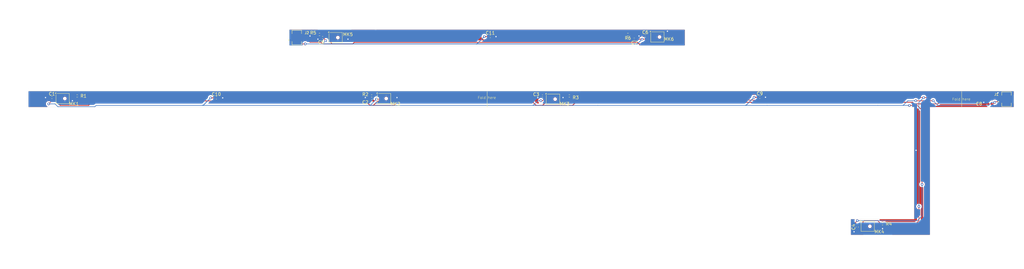
<source format=kicad_pcb>
(kicad_pcb (version 20241229) (generator "pcbnew") (generator_version "9.0")
  (layers (0 "F.Cu" signal) (2 "B.Cu" signal) (13 "F.Paste" user) (15 "B.Paste" user) (5 "F.SilkS" user "F.Silkscreen") (7 "B.SilkS" user "B.Silkscreen") (1 "F.Mask" user) (3 "B.Mask" user) (25 "Edge.Cuts" user))
  (net 0 "")
  (net 1 "GNDR")
  (net 2 "+3V3R")
  (net 3 "/MIC_DOUT_0")
  (net 4 "/MIC_DOUT_2")
  (net 5 "/MIC_DOUT_1")
  (net 6 "/MIC_CLK")
  (net 7 "Net-(MK1-DATA)")
  (net 8 "Net-(MK2-DATA)")
  (net 9 "Net-(MK3-DATA)")
  (net 10 "Net-(MK4-DATA)")
  (net 11 "Net-(MK5-DATA)")
  (net 12 "Net-(MK6-DATA)")
  (net 16 "+3V3L")
  (net 17 "GNDL")
  (footprint "Sensor_Audio:Infineon_PG-LLGA-5-1" (layer "F.Cu") (at 174.62 127.5)
    (property "Reference" "MK5" (at 3.88 -1 0) (layer "F.SilkS"))
    (property "Value" "IM69D130")
    (pad "" np_thru_hole circle (at 0.68 0) (size 0.8 0.8) (drill 0.8) (layers "*.Cu" "*.Mask"))
    (pad "1" smd rect (at -1.5 -0.85) (size 0.45 0.7) (layers "F.Cu" "F.Mask") (net 11 "Net-(MK5-DATA)"))
    (pad "2" smd rect (at -0.8 -0.85) (size 0.45 0.7) (layers "F.Cu" "F.Mask") (net 16 "+3V3L"))
    (pad "3" smd rect (at -1.5 0.85) (size 0.45 0.7) (layers "F.Cu" "F.Mask") (net 6 "/MIC_CLK"))
    (pad "4" smd rect (at -0.8 0.85) (size 0.45 0.7) (layers "F.Cu" "F.Mask") (net 16 "+3V3L"))
    (pad "5" smd custom (at 0.68 -0.81) (size 0.4 0.4) (layers "F.Cu" "F.Mask") (net 17 "GNDL") (options (clearance outline) (anchor circle)) (primitives (gr_circle (center 0 0.81) (end 0.81 0.81) (width 0.46) (fill no))))
  )
  (footprint "connector:AMPHENOL_10164227-0101A1RLF" (layer "F.Cu") (at 162.32 127.5 -90)
    (property "Reference" "J2" (at -1.5 -3.18 180) (layer "F.SilkS") (effects (font (size 0.8 0.8))))
    (property "Value" "10164227-0101A1RLF")
    (pad "1" smd rect (at 0.8 1.32 270) (size 0.2 1.14) (layers "F.Cu") (net 16 "+3V3L"))
    (pad "2" smd rect (at 0.8 -1.32 270) (size 0.2 1.14) (layers "F.Cu"))
    (pad "3" smd rect (at 0.4 1.32 270) (size 0.2 1.14) (layers "F.Cu"))
    (pad "4" smd rect (at 0.4 -1.32 270) (size 0.2 1.14) (layers "F.Cu") (net 6 "/MIC_CLK"))
    (pad "5" smd rect (at 0 1.32 270) (size 0.2 1.14) (layers "F.Cu"))
    (pad "6" smd rect (at 0 -1.32 270) (size 0.2 1.14) (layers "F.Cu"))
    (pad "7" smd rect (at -0.4 1.32 270) (size 0.2 1.14) (layers "F.Cu"))
    (pad "8" smd rect (at -0.4 -1.32 270) (size 0.2 1.14) (layers "F.Cu") (net 4 "/MIC_DOUT_2"))
    (pad "9" smd rect (at -0.8 1.32 270) (size 0.2 1.14) (layers "F.Cu"))
    (pad "10" smd rect (at -0.8 -1.32 270) (size 0.2 1.14) (layers "F.Cu") (net 17 "GNDL"))
  )
  (footprint "Capacitor_SMD:C_0402_1005Metric" (layer "F.Cu") (at 339.5 187.5 90)
    (property "Reference" "C4" (at 0 -1.16 270) (layer "F.SilkS"))
    (property "Value" "0.1uF")
    (pad "1" smd roundrect (at -0.48 0 90) (size 0.56 0.62) (layers "F.Cu" "F.Mask" "F.Paste") (net 1 "GNDR"))
    (pad "2" smd roundrect (at 0.48 0 90) (size 0.56 0.62) (layers "F.Cu" "F.Mask" "F.Paste") (net 2 "+3V3R"))
  )
  (footprint "Sensor_Audio:Infineon_PG-LLGA-5-1" (layer "F.Cu") (at 243.32 147)
    (property "Reference" "MK3" (at 3.68 1.5 0) (layer "F.SilkS"))
    (property "Value" "IM69D130" (hide yes))
    (pad "" np_thru_hole circle (at 0.68 0) (size 0.8 0.8) (drill 0.8) (layers "*.Cu" "*.Mask"))
    (pad "1" smd rect (at -1.5 -0.85) (size 0.45 0.7) (layers "F.Cu" "F.Mask") (net 9 "Net-(MK3-DATA)"))
    (pad "2" smd rect (at -0.8 -0.85) (size 0.45 0.7) (layers "F.Cu" "F.Mask") (net 2 "+3V3R"))
    (pad "3" smd rect (at -1.5 0.85) (size 0.45 0.7) (layers "F.Cu" "F.Mask") (net 6 "/MIC_CLK"))
    (pad "4" smd rect (at -0.8 0.85) (size 0.45 0.7) (layers "F.Cu" "F.Mask") (net 2 "+3V3R"))
    (pad "5" smd custom (at 0.68 -0.81) (size 0.4 0.4) (layers "F.Cu" "F.Mask") (net 1 "GNDR") (options (clearance outline) (anchor circle)) (primitives (gr_circle (center 0 0.81) (end 0.81 0.81) (width 0.46) (fill no))))
  )
  (footprint "Capacitor_SMD:C_0402_1005Metric" (layer "F.Cu") (at 381.48 148.5 180)
    (property "Reference" "C8" (at 3.48 0 0) (layer "F.SilkS"))
    (property "Value" "2.2uF")
    (pad "1" smd roundrect (at -0.48 0 180) (size 0.56 0.62) (layers "F.Cu" "F.Mask" "F.Paste") (net 2 "+3V3R"))
    (pad "2" smd roundrect (at 0.48 0 180) (size 0.56 0.62) (layers "F.Cu" "F.Mask" "F.Paste") (net 1 "GNDR"))
  )
  (footprint "Capacitor_SMD:C_0402_1005Metric" (layer "F.Cu") (at 136.9 146.6)
    (property "Reference" "C10" (at 0 -1.16 0) (layer "F.SilkS"))
    (property "Value" "2.2uF")
    (pad "1" smd roundrect (at -0.48 0) (size 0.56 0.62) (layers "F.Cu" "F.Mask" "F.Paste") (net 2 "+3V3R"))
    (pad "2" smd roundrect (at 0.48 0) (size 0.56 0.62) (layers "F.Cu" "F.Mask" "F.Paste") (net 1 "GNDR"))
  )
  (footprint "Sensor_Audio:Infineon_PG-LLGA-5-1" (layer "F.Cu") (at 189.92 146.807)
    (property "Reference" "MK2" (at 3.58 1.693 0) (layer "F.SilkS"))
    (property "Value" "IM69D130")
    (pad "" np_thru_hole circle (at 0.68 0) (size 0.8 0.8) (drill 0.8) (layers "*.Cu" "*.Mask"))
    (pad "1" smd rect (at -1.5 -0.85) (size 0.45 0.7) (layers "F.Cu" "F.Mask") (net 8 "Net-(MK2-DATA)"))
    (pad "2" smd rect (at -0.8 -0.85) (size 0.45 0.7) (layers "F.Cu" "F.Mask") (net 2 "+3V3R"))
    (pad "3" smd rect (at -1.5 0.85) (size 0.45 0.7) (layers "F.Cu" "F.Mask") (net 6 "/MIC_CLK"))
    (pad "4" smd rect (at -0.8 0.85) (size 0.45 0.7) (layers "F.Cu" "F.Mask") (net 1 "GNDR"))
    (pad "5" smd custom (at 0.68 -0.81) (size 0.4 0.4) (layers "F.Cu" "F.Mask") (net 1 "GNDR") (options (clearance outline) (anchor circle)) (primitives (gr_circle (center 0 0.81) (end 0.81 0.81) (width 0.46) (fill no))))
  )
  (footprint "Sensor_Audio:Infineon_PG-LLGA-5-1" (layer "F.Cu") (at 276.32 127.31)
    (property "Reference" "MK6" (at 3.68 0.69 0) (layer "F.SilkS"))
    (property "Value" "IM69D130")
    (pad "" np_thru_hole circle (at 0.68 0) (size 0.8 0.8) (drill 0.8) (layers "*.Cu" "*.Mask"))
    (pad "1" smd rect (at -1.5 -0.85) (size 0.45 0.7) (layers "F.Cu" "F.Mask") (net 12 "Net-(MK6-DATA)"))
    (pad "2" smd rect (at -0.8 -0.85) (size 0.45 0.7) (layers "F.Cu" "F.Mask") (net 16 "+3V3L"))
    (pad "3" smd rect (at -1.5 0.85) (size 0.45 0.7) (layers "F.Cu" "F.Mask") (net 6 "/MIC_CLK"))
    (pad "4" smd rect (at -0.8 0.85) (size 0.45 0.7) (layers "F.Cu" "F.Mask") (net 17 "GNDL"))
    (pad "5" smd custom (at 0.68 -0.81) (size 0.4 0.4) (layers "F.Cu" "F.Mask") (net 17 "GNDL") (options (clearance outline) (anchor circle)) (primitives (gr_circle (center 0 0.81) (end 0.81 0.81) (width 0.46) (fill no))))
  )
  (footprint "Resistor_SMD:R_0402_1005Metric" (layer "F.Cu") (at 92.89 146)
    (property "Reference" "R1" (at 2 0 0) (layer "F.SilkS"))
    (property "Value" "100")
    (pad "1" smd roundrect (at -0.51 0) (size 0.54 0.64) (layers "F.Cu" "F.Mask" "F.Paste") (net 7 "Net-(MK1-DATA)"))
    (pad "2" smd roundrect (at 0.51 0) (size 0.54 0.64) (layers "F.Cu" "F.Mask" "F.Paste") (net 3 "/MIC_DOUT_0"))
  )
  (footprint "Sensor_Audio:Infineon_PG-LLGA-5-1" (layer "F.Cu") (at 88.31 146.807)
    (property "Reference" "MK1" (at 3.58 1.693 0) (layer "F.SilkS"))
    (property "Value" "IM69D130")
    (pad "" np_thru_hole circle (at 0.68 0) (size 0.8 0.8) (drill 0.8) (layers "*.Cu" "*.Mask"))
    (pad "1" smd rect (at -1.5 -0.85) (size 0.45 0.7) (layers "F.Cu" "F.Mask") (net 7 "Net-(MK1-DATA)"))
    (pad "2" smd rect (at -0.8 -0.85) (size 0.45 0.7) (layers "F.Cu" "F.Mask") (net 2 "+3V3R"))
    (pad "3" smd rect (at -1.5 0.85) (size 0.45 0.7) (layers "F.Cu" "F.Mask") (net 6 "/MIC_CLK"))
    (pad "4" smd rect (at -0.8 0.85) (size 0.45 0.7) (layers "F.Cu" "F.Mask") (net 2 "+3V3R"))
    (pad "5" smd custom (at 0.68 -0.81) (size 0.4 0.4) (layers "F.Cu" "F.Mask") (net 1 "GNDR") (options (clearance outline) (anchor circle)) (primitives (gr_circle (center 0 0.81) (end 0.81 0.81) (width 0.46) (fill no))))
  )
  (footprint "Capacitor_SMD:C_0402_1005Metric" (layer "F.Cu") (at 84.91 146.5)
    (property "Reference" "C1" (at 0 -1.16 0) (layer "F.SilkS"))
    (property "Value" "0.1uF")
    (pad "1" smd roundrect (at -0.48 0) (size 0.56 0.62) (layers "F.Cu" "F.Mask" "F.Paste") (net 1 "GNDR"))
    (pad "2" smd roundrect (at 0.48 0) (size 0.56 0.62) (layers "F.Cu" "F.Mask" "F.Paste") (net 2 "+3V3R"))
  )
  (footprint "Capacitor_SMD:C_0402_1005Metric" (layer "F.Cu") (at 272.5 127)
    (property "Reference" "C6" (at 0 -1.16 0) (layer "F.SilkS"))
    (property "Value" "0.1uF")
    (pad "1" smd roundrect (at -0.48 0) (size 0.56 0.62) (layers "F.Cu" "F.Mask" "F.Paste") (net 17 "GNDL"))
    (pad "2" smd roundrect (at 0.48 0) (size 0.56 0.62) (layers "F.Cu" "F.Mask" "F.Paste") (net 16 "+3V3L"))
  )
  (footprint "Capacitor_SMD:C_0402_1005Metric" (layer "F.Cu") (at 308.7 146.4)
    (property "Reference" "C9" (at 0 -1.16 0) (layer "F.SilkS"))
    (property "Value" "2.2uF")
    (pad "1" smd roundrect (at -0.48 0) (size 0.56 0.62) (layers "F.Cu" "F.Mask" "F.Paste") (net 2 "+3V3R"))
    (pad "2" smd roundrect (at 0.48 0) (size 0.56 0.62) (layers "F.Cu" "F.Mask" "F.Paste") (net 1 "GNDR"))
  )
  (footprint "Sensor_Audio:Infineon_PG-LLGA-5-1" (layer "F.Cu") (at 342.82 187.275)
    (property "Reference" "MK4" (at 3.68 1.725 0) (layer "F.SilkS"))
    (property "Value" "IM69D130")
    (pad "" np_thru_hole circle (at 0.68 0) (size 0.8 0.8) (drill 0.8) (layers "*.Cu" "*.Mask"))
    (pad "1" smd rect (at -1.5 -0.85) (size 0.45 0.7) (layers "F.Cu" "F.Mask") (net 10 "Net-(MK4-DATA)"))
    (pad "2" smd rect (at -0.8 -0.85) (size 0.45 0.7) (layers "F.Cu" "F.Mask") (net 2 "+3V3R"))
    (pad "3" smd rect (at -1.5 0.85) (size 0.45 0.7) (layers "F.Cu" "F.Mask") (net 6 "/MIC_CLK"))
    (pad "4" smd rect (at -0.8 0.85) (size 0.45 0.7) (layers "F.Cu" "F.Mask") (net 1 "GNDR"))
    (pad "5" smd custom (at 0.68 -0.81) (size 0.4 0.4) (layers "F.Cu" "F.Mask") (net 1 "GNDR") (options (clearance outline) (anchor circle)) (primitives (gr_circle (center 0 0.81) (end 0.81 0.81) (width 0.46) (fill no))))
  )
  (footprint "Resistor_SMD:R_0402_1005Metric" (layer "F.Cu") (at 267 126.5 180)
    (property "Reference" "R6" (at 0 -1.17 180) (layer "F.SilkS"))
    (property "Value" "100")
    (pad "1" smd roundrect (at -0.51 0 180) (size 0.54 0.64) (layers "F.Cu" "F.Mask" "F.Paste") (net 12 "Net-(MK6-DATA)"))
    (pad "2" smd roundrect (at 0.51 0 180) (size 0.54 0.64) (layers "F.Cu" "F.Mask" "F.Paste") (net 4 "/MIC_DOUT_2"))
  )
  (footprint "Resistor_SMD:R_0402_1005Metric" (layer "F.Cu") (at 186 146 180)
    (property "Reference" "R2" (at 2 0.5 180) (layer "F.SilkS"))
    (property "Value" "100")
    (pad "1" smd roundrect (at -0.51 0 180) (size 0.54 0.64) (layers "F.Cu" "F.Mask" "F.Paste") (net 8 "Net-(MK2-DATA)"))
    (pad "2" smd roundrect (at 0.51 0 180) (size 0.54 0.64) (layers "F.Cu" "F.Mask" "F.Paste") (net 3 "/MIC_DOUT_0"))
  )
  (footprint "Resistor_SMD:R_0402_1005Metric" (layer "F.Cu") (at 248.5 146)
    (property "Reference" "R3" (at 2 0.5 0) (layer "F.SilkS"))
    (property "Value" "100")
    (pad "1" smd roundrect (at -0.51 0) (size 0.54 0.64) (layers "F.Cu" "F.Mask" "F.Paste") (net 9 "Net-(MK3-DATA)"))
    (pad "2" smd roundrect (at 0.51 0) (size 0.54 0.64) (layers "F.Cu" "F.Mask" "F.Paste") (net 5 "/MIC_DOUT_1"))
  )
  (footprint "Capacitor_SMD:C_0402_1005Metric" (layer "F.Cu") (at 186.02 147.5)
    (property "Reference" "C2" (at -2.02 0.5 0) (layer "F.SilkS"))
    (property "Value" "0.1uF")
    (pad "1" smd roundrect (at -0.48 0) (size 0.56 0.62) (layers "F.Cu" "F.Mask" "F.Paste") (net 1 "GNDR"))
    (pad "2" smd roundrect (at 0.48 0) (size 0.56 0.62) (layers "F.Cu" "F.Mask" "F.Paste") (net 2 "+3V3R"))
  )
  (footprint "Capacitor_SMD:C_0402_1005Metric" (layer "F.Cu") (at 269 128 180)
    (property "Reference" "C7" (at 0 -1.16 0) (layer "F.SilkS"))
    (property "Value" "2.2uF")
    (pad "1" smd roundrect (at -0.48 0 180) (size 0.56 0.62) (layers "F.Cu" "F.Mask" "F.Paste") (net 16 "+3V3L"))
    (pad "2" smd roundrect (at 0.48 0 180) (size 0.56 0.62) (layers "F.Cu" "F.Mask" "F.Paste") (net 17 "GNDL"))
  )
  (footprint "Resistor_SMD:R_0402_1005Metric" (layer "F.Cu") (at 347.5 186.5)
    (property "Reference" "R4" (at 2 0 0) (layer "F.SilkS"))
    (property "Value" "100")
    (pad "1" smd roundrect (at -0.51 0) (size 0.54 0.64) (layers "F.Cu" "F.Mask" "F.Paste") (net 10 "Net-(MK4-DATA)"))
    (pad "2" smd roundrect (at 0.51 0) (size 0.54 0.64) (layers "F.Cu" "F.Mask" "F.Paste") (net 5 "/MIC_DOUT_1"))
  )
  (footprint "Capacitor_SMD:C_0402_1005Metric" (layer "F.Cu") (at 223.5 127.2)
    (property "Reference" "C11" (at 0 -1.16 0) (layer "F.SilkS"))
    (property "Value" "2.2uF")
    (pad "1" smd roundrect (at -0.48 0) (size 0.56 0.62) (layers "F.Cu" "F.Mask" "F.Paste") (net 16 "+3V3L"))
    (pad "2" smd roundrect (at 0.48 0) (size 0.56 0.62) (layers "F.Cu" "F.Mask" "F.Paste") (net 17 "GNDL"))
  )
  (footprint "Capacitor_SMD:C_0402_1005Metric" (layer "F.Cu") (at 170.5 127.5)
    (property "Reference" "C5" (at -0.5 1.5 0) (layer "F.SilkS"))
    (property "Value" "0.1uF")
    (pad "1" smd roundrect (at -0.48 0) (size 0.56 0.62) (layers "F.Cu" "F.Mask" "F.Paste") (net 17 "GNDL"))
    (pad "2" smd roundrect (at 0.48 0) (size 0.56 0.62) (layers "F.Cu" "F.Mask" "F.Paste") (net 16 "+3V3L"))
  )
  (footprint "connector:AMPHENOL_10164227-0101A1RLF" (layer "F.Cu") (at 386.68 147 -90)
    (property "Reference" "J1" (at -1.5 3.18 0) (layer "F.SilkS") (effects (font (size 0.8 0.8))))
    (property "Value" "10164227-0101A1RLF")
    (pad "1" smd rect (at 0.8 1.32 270) (size 0.2 1.14) (layers "F.Cu") (net 2 "+3V3R"))
    (pad "2" smd rect (at 0.8 -1.32 270) (size 0.2 1.14) (layers "F.Cu"))
    (pad "3" smd rect (at 0.4 1.32 270) (size 0.2 1.14) (layers "F.Cu"))
    (pad "4" smd rect (at 0.4 -1.32 270) (size 0.2 1.14) (layers "F.Cu"))
    (pad "5" smd rect (at 0 1.32 270) (size 0.2 1.14) (layers "F.Cu") (net 6 "/MIC_CLK"))
    (pad "6" smd rect (at 0 -1.32 270) (size 0.2 1.14) (layers "F.Cu"))
    (pad "7" smd rect (at -0.4 1.32 270) (size 0.2 1.14) (layers "F.Cu") (net 5 "/MIC_DOUT_1"))
    (pad "8" smd rect (at -0.4 -1.32 270) (size 0.2 1.14) (layers "F.Cu"))
    (pad "9" smd rect (at -0.8 1.32 270) (size 0.2 1.14) (layers "F.Cu") (net 3 "/MIC_DOUT_0"))
    (pad "10" smd rect (at -0.8 -1.32 270) (size 0.2 1.14) (layers "F.Cu") (net 1 "GNDR"))
  )
  (footprint "Capacitor_SMD:C_0402_1005Metric" (layer "F.Cu") (at 239.98 146)
    (property "Reference" "C3" (at -1.98 -0.5 0) (layer "F.SilkS"))
    (property "Value" "0.1uF")
    (pad "1" smd roundrect (at -0.48 0) (size 0.56 0.62) (layers "F.Cu" "F.Mask" "F.Paste") (net 1 "GNDR"))
    (pad "2" smd roundrect (at 0.48 0) (size 0.56 0.62) (layers "F.Cu" "F.Mask" "F.Paste") (net 2 "+3V3R"))
  )
  (footprint "Resistor_SMD:R_0402_1005Metric" (layer "F.Cu") (at 169.51 126.5 180)
    (property "Reference" "R5" (at 2.01 0.5 180) (layer "F.SilkS"))
    (property "Value" "100")
    (pad "1" smd roundrect (at -0.51 0 180) (size 0.54 0.64) (layers "F.Cu" "F.Mask" "F.Paste") (net 11 "Net-(MK5-DATA)"))
    (pad "2" smd roundrect (at 0.51 0 180) (size 0.54 0.64) (layers "F.Cu" "F.Mask" "F.Paste") (net 4 "/MIC_DOUT_2"))
  )
  (gr_line (start 222.5 144.6) (end 222.5 149.4) (stroke (width 0.12)) (layer "F.SilkS"))
  (gr_line (start 372.5 144.6) (end 372.5 149.4) (stroke (width 0.12)) (layer "F.SilkS"))
  (gr_line (start 214 144.5) (end 222.5 144.5) (stroke (width 0.05)) (layer "Edge.Cuts"))
  (gr_line (start 389 144.5) (end 389 149.5) (stroke (width 0.05)) (layer "Edge.Cuts"))
  (gr_line (start 357.5 185) (end 357.5 150) (stroke (width 0.05)) (layer "Edge.Cuts"))
  (gr_line (start 214 149.5) (end 82 149.5) (stroke (width 0.05)) (layer "Edge.Cuts"))
  (gr_line (start 160 125) (end 160 130) (stroke (width 0.05)) (layer "Edge.Cuts"))
  (gr_line (start 362.5 155) (end 362.5 190) (stroke (width 0.05)) (layer "Edge.Cuts"))
  (gr_line (start 214 149.5) (end 222.5 149.5) (stroke (width 0.05)) (layer "Edge.Cuts"))
  (gr_line (start 362.5 149.5) (end 362.5 155) (stroke (width 0.05)) (layer "Edge.Cuts"))
  (gr_line (start 77.5 149.5) (end 82 149.5) (stroke (width 0.05)) (layer "Edge.Cuts"))
  (gr_line (start 82 144.5) (end 214 144.5) (stroke (width 0.05)) (layer "Edge.Cuts"))
  (gr_line (start 285 125) (end 160 125) (stroke (width 0.05)) (layer "Edge.Cuts"))
  (gr_line (start 357.5 185) (end 337.5 185) (stroke (width 0.05)) (layer "Edge.Cuts"))
  (gr_line (start 337.5 190) (end 357.5 190) (stroke (width 0.05)) (layer "Edge.Cuts"))
  (gr_line (start 222.5 144.5) (end 372.5 144.5) (stroke (width 0.05)) (layer "Edge.Cuts"))
  (gr_line (start 357.5 150) (end 357.5 149.5) (stroke (width 0.05)) (layer "Edge.Cuts"))
  (gr_line (start 160 130) (end 285 130) (stroke (width 0.05)) (layer "Edge.Cuts"))
  (gr_line (start 187.5 125) (end 187.25 125) (stroke (width 0.05)) (layer "Edge.Cuts"))
  (gr_line (start 77.5 144.5) (end 77.5 149.5) (stroke (width 0.05)) (layer "Edge.Cuts"))
  (gr_line (start 357.5 149.5) (end 222.5 149.5) (stroke (width 0.05)) (layer "Edge.Cuts"))
  (gr_line (start 285 125) (end 285 130) (stroke (width 0.05)) (layer "Edge.Cuts"))
  (gr_line (start 372.5 149.5) (end 362.5 149.5) (stroke (width 0.05)) (layer "Edge.Cuts"))
  (gr_line (start 187.25 125) (end 187 125) (stroke (width 0.05)) (layer "Edge.Cuts"))
  (gr_line (start 372.5 144.5) (end 389 144.5) (stroke (width 0.05)) (layer "Edge.Cuts"))
  (gr_line (start 389 149.5) (end 372.5 149.5) (stroke (width 0.05)) (layer "Edge.Cuts"))
  (gr_line (start 77.5 144.5) (end 82 144.5) (stroke (width 0.05)) (layer "Edge.Cuts"))
  (gr_line (start 187 125) (end 187.5 125) (stroke (width 0.05)) (layer "Edge.Cuts"))
  (gr_line (start 337.5 185) (end 337.5 190) (stroke (width 0.05)) (layer "Edge.Cuts"))
  (gr_line (start 362.5 190) (end 357.5 190) (stroke (width 0.05)) (layer "Edge.Cuts"))
  (gr_text "Fold here" (at 369.5 147.5 0) (layer "F.SilkS") (effects (font (size 0.8 0.8) (thickness 0.08)) (justify left bottom)))
  (gr_text "Fold here" (at 219.5 147 0) (layer "F.SilkS") (effects (font (size 0.8 0.8) (thickness 0.08)) (justify left bottom)))
  (segment (start 343.965 186.465) (end 343.5 186.465) (width 0.25) (layer "F.Cu") (net 1))
  (segment (start 239 146.5) (end 239.5 146) (width 0.25) (layer "F.Cu") (net 1))
  (segment (start 238.5 146.5) (end 239 146.5) (width 0.25) (layer "F.Cu") (net 1))
  (segment (start 246.5 146.5) (end 246 146.5) (width 0.25) (layer "F.Cu") (net 1))
  (segment (start 342.02 187.658984) (end 342.02 188.125) (width 0.25) (layer "F.Cu") (net 1))
  (segment (start 309.18 146.4) (end 310.5 146.4) (width 0.25) (layer "F.Cu") (net 1))
  (segment (start 339.5 187.98) (end 339.5 188) (width 0.2) (layer "F.Cu") (net 1))
  (segment (start 82.89 146.5) (end 84.43 146.5) (width 0.2) (layer "F.Cu") (net 1))
  (segment (start 185 147.5) (end 184.5 147) (width 0.2) (layer "F.Cu") (net 1))
  (segment (start 339.5 188) (end 338.5 189) (width 0.2) (layer "F.Cu") (net 1))
  (segment (start 184.5 147) (end 184 146.5) (width 0.2) (layer "F.Cu") (net 1))
  (segment (start 137.38 146.6) (end 138.9 146.6) (width 0.25) (layer "F.Cu") (net 1))
  (segment (start 345.5 188) (end 343.965 186.465) (width 0.25) (layer "F.Cu") (net 1))
  (segment (start 384 145) (end 386.826 145) (width 0.25) (layer "F.Cu") (net 1))
  (segment (start 190.6 145.997) (end 190.34934 145.997) (width 0.2) (layer "F.Cu") (net 1))
  (segment (start 89.887 145.997) (end 88.99 145.997) (width 0.25) (layer "F.Cu") (net 1))
  (segment (start 381 148.5) (end 380 148.5) (width 0.25) (layer "F.Cu") (net 1))
  (segment (start 192.497 145.997) (end 193 146.5) (width 0.2) (layer "F.Cu") (net 1))
  (segment (start 185.54 147.5) (end 185 147.5) (width 0.2) (layer "F.Cu") (net 1))
  (segment (start 380 148.5) (end 379.5 148) (width 0.25) (layer "F.Cu") (net 1))
  (segment (start 193 146.5) (end 194 146.5) (width 0.2) (layer "F.Cu") (net 1))
  (segment (start 190.6 145.997) (end 192.497 145.997) (width 0.2) (layer "F.Cu") (net 1))
  (segment (start 386.826 145) (end 388 146.174) (width 0.25) (layer "F.Cu") (net 1))
  (segment (start 347.5 188) (end 345.5 188) (width 0.25) (layer "F.Cu") (net 1))
  (segment (start 91.39 147.5) (end 89.887 145.997) (width 0.25) (layer "F.Cu") (net 1))
  (segment (start 246 146.5) (end 245.69 146.19) (width 0.25) (layer "F.Cu") (net 1))
  (segment (start 190.34934 145.997) (end 189.12 147.22634) (width 0.2) (layer "F.Cu") (net 1))
  (segment (start 343.213984 186.465) (end 342.02 187.658984) (width 0.25) (layer "F.Cu") (net 1))
  (segment (start 189.12 147.22634) (end 189.12 147.657) (width 0.2) (layer "F.Cu") (net 1))
  (segment (start 245.69 146.19) (end 244 146.19) (width 0.25) (layer "F.Cu") (net 1))
  (segment (start 343.5 186.465) (end 343.213984 186.465) (width 0.25) (layer "F.Cu") (net 1))
  (via (at 138.9 146.6) (size 0.8) (drill 0.4) (layers "F.Cu" "B.Cu") (net 1))
  (via (at 310.5 146.4) (size 0.8) (drill 0.4) (layers "F.Cu" "B.Cu") (net 1))
  (via (at 238.5 146.5) (size 0.8) (drill 0.4) (layers "F.Cu" "B.Cu") (net 1))
  (via (at 82.89 146.5) (size 0.8) (drill 0.4) (layers "F.Cu" "B.Cu") (net 1))
  (via (at 358.1 163.2) (size 0.8) (drill 0.4) (layers "F.Cu" "B.Cu") (net 1))
  (via (at 91.39 147.5) (size 0.8) (drill 0.4) (layers "F.Cu" "B.Cu") (net 1))
  (via (at 379.5 148) (size 0.8) (drill 0.4) (layers "F.Cu" "B.Cu") (net 1))
  (via (at 246.5 146.5) (size 0.8) (drill 0.4) (layers "F.Cu" "B.Cu") (net 1))
  (via (at 194 146.5) (size 0.8) (drill 0.4) (layers "F.Cu" "B.Cu") (net 1))
  (via (at 184 146.5) (size 0.8) (drill 0.4) (layers "F.Cu" "B.Cu") (net 1))
  (via (at 347.5 188) (size 0.8) (drill 0.4) (layers "F.Cu" "B.Cu") (net 1))
  (via (at 384 145) (size 0.8) (drill 0.4) (layers "F.Cu" "B.Cu") (net 1))
  (via (at 338.5 189) (size 0.8) (drill 0.4) (layers "F.Cu" "B.Cu") (net 1))
  (segment (start 310.5 146.4) (end 311.9 145) (width 0.25) (layer "B.Cu") (net 1))
  (segment (start 93.89 145) (end 91.39 147.5) (width 0.25) (layer "B.Cu") (net 1))
  (segment (start 379.5 148) (end 376.5 145) (width 0.25) (layer "B.Cu") (net 1))
  (segment (start 236 145) (end 237.5 146.5) (width 0.25) (layer "B.Cu") (net 1))
  (segment (start 349 189) (end 348.5 189) (width 0.25) (layer "B.Cu") (net 1))
  (segment (start 383.5 145) (end 384 145) (width 0.25) (layer "B.Cu") (net 1))
  (segment (start 311.9 145) (end 247.5 145) (width 0.25) (layer "B.Cu") (net 1))
  (segment (start 349 189) (end 361 189) (width 0.25) (layer "B.Cu") (net 1))
  (segment (start 348.5 189) (end 347.5 188) (width 0.25) (layer "B.Cu") (net 1))
  (segment (start 141.1 145) (end 182.5 145) (width 0.25) (layer "B.Cu") (net 1))
  (segment (start 195 145) (end 194.5 145) (width 0.25) (layer "B.Cu") (net 1))
  (segment (start 194.5 145) (end 182.5 145) (width 0.25) (layer "B.Cu") (net 1))
  (segment (start 195.5 145) (end 194 146.5) (width 0.25) (layer "B.Cu") (net 1))
  (segment (start 138.9 146.6) (end 140.5 145) (width 0.25) (layer "B.Cu") (net 1))
  (segment (start 195.5 145) (end 195 145) (width 0.25) (layer "B.Cu") (net 1))
  (segment (start 93.89 145) (end 141.1 145) (width 0.25) (layer "B.Cu") (net 1))
  (segment (start 237.5 146.5) (end 238 146.5) (width 0.25) (layer "B.Cu") (net 1))
  (segment (start 349 189) (end 347.5 189) (width 0.25) (layer "B.Cu") (net 1))
  (segment (start 247.5 145) (end 246.5 146) (width 0.25) (layer "B.Cu") (net 1))
  (segment (start 364 145) (end 311.9 145) (width 0.25) (layer "B.Cu") (net 1))
  (segment (start 364 145) (end 376.5 145) (width 0.25) (layer "B.Cu") (net 1))
  (segment (start 195.5 145) (end 236 145) (width 0.25) (layer "B.Cu") (net 1))
  (segment (start 246.5 145) (end 236 145) (width 0.25) (layer "B.Cu") (net 1))
  (segment (start 361 189) (end 362 188) (width 0.25) (layer "B.Cu") (net 1))
  (segment (start 247.5 145) (end 246.5 145) (width 0.25) (layer "B.Cu") (net 1))
  (segment (start 238 146.5) (end 238.5 146.5) (width 0.25) (layer "B.Cu") (net 1))
  (segment (start 140.5 145) (end 141.1 145) (width 0.25) (layer "B.Cu") (net 1))
  (segment (start 84.39 145) (end 82.89 146.5) (width 0.2) (layer "B.Cu") (net 1))
  (segment (start 246.5 146) (end 246.5 146.5) (width 0.25) (layer "B.Cu") (net 1))
  (segment (start 362 188) (end 362 147) (width 0.25) (layer "B.Cu") (net 1))
  (segment (start 376.5 145) (end 383.5 145) (width 0.25) (layer "B.Cu") (net 1))
  (segment (start 84.39 145) (end 93.89 145) (width 0.2) (layer "B.Cu") (net 1))
  (segment (start 347.5 189) (end 338.5 189) (width 0.25) (layer "B.Cu") (net 1))
  (segment (start 362 147) (end 364 145) (width 0.25) (layer "B.Cu") (net 1))
  (segment (start 184 146.5) (end 182.5 145) (width 0.2) (layer "B.Cu") (net 1))
  (segment (start 356 149) (end 358.5 149) (width 0.2) (layer "F.Cu") (net 2))
  (segment (start 187 147.5) (end 186.5 147.5) (width 0.2) (layer "F.Cu") (net 2))
  (segment (start 242.52 146.15) (end 242.52 146.48) (width 0.2) (layer "F.Cu") (net 2))
  (segment (start 358 147.5) (end 363.5 147.5) (width 0.2) (layer "F.Cu") (net 2))
  (segment (start 135.1 146.6) (end 135 146.6) (width 0.25) (layer "F.Cu") (net 2))
  (segment (start 240.5 147) (end 240.46 146.96) (width 0.2) (layer "F.Cu") (net 2))
  (segment (start 381.96 148.5) (end 382.5 148.5) (width 0.25) (layer "F.Cu") (net 2))
  (segment (start 189.12 145.957) (end 189.12 146.38) (width 0.2) (layer "F.Cu") (net 2))
  (segment (start 239.5 147.5) (end 240 147.5) (width 0.2) (layer "F.Cu") (net 2))
  (segment (start 242.52 147.52) (end 242 147) (width 0.2) (layer "F.Cu") (net 2))
  (segment (start 187.5 147) (end 187 147.5) (width 0.2) (layer "F.Cu") (net 2))
  (segment (start 359.5 150) (end 360 150.5) (width 0.2) (layer "F.Cu") (net 2))
  (segment (start 360 150.5) (end 360 174) (width 0.2) (layer "F.Cu") (net 2))
  (segment (start 189.12 146.38) (end 188.5 147) (width 0.2) (layer "F.Cu") (net 2))
  (segment (start 87.51 146.507) (end 87.017 147) (width 0.2) (layer "F.Cu") (net 2))
  (segment (start 188.5 147) (end 187.5 147) (width 0.2) (layer "F.Cu") (net 2))
  (segment (start 87.51 145.957) (end 87.51 146.507) (width 0.2) (layer "F.Cu") (net 2))
  (segment (start 339 186.5) (end 339.5 187) (width 0.2) (layer "F.Cu") (net 2))
  (segment (start 136.42 146.6) (end 135.1 146.6) (width 0.25) (layer "F.Cu") (net 2))
  (segment (start 339 186) (end 339 186.5) (width 0.2) (layer "F.Cu") (net 2))
  (segment (start 383.2 147.8) (end 385.36 147.8) (width 0.2) (layer "F.Cu") (net 2))
  (segment (start 85.39 147) (end 83.89 148.5) (width 0.2) (layer "F.Cu") (net 2))
  (segment (start 87.017 147) (end 85.39 147) (width 0.2) (layer "F.Cu") (net 2))
  (segment (start 358.5 149) (end 359.5 150) (width 0.2) (layer "F.Cu") (net 2))
  (segment (start 85.39 147) (end 85.39 146.48) (width 0.2) (layer "F.Cu") (net 2))
  (segment (start 341 187.475) (end 340.545 187.02) (width 0.2) (layer "F.Cu") (net 2))
  (segment (start 382.5 148.5) (end 383 148) (width 0.25) (layer "F.Cu") (net 2))
  (segment (start 339.5 187) (end 339.5 187.02) (width 0.2) (layer "F.Cu") (net 2))
  (segment (start 308.22 146.4) (end 306.9 146.4) (width 0.25) (layer "F.Cu") (net 2))
  (segment (start 340.545 187.02) (end 339.5 187.02) (width 0.25) (layer "F.Cu") (net 2))
  (segment (start 242.52 146.48) (end 242 147) (width 0.2) (layer "F.Cu") (net 2))
  (segment (start 341.525 187.475) (end 341 187.475) (width 0.2) (layer "F.Cu") (net 2))
  (segment (start 339.5 185.5) (end 339 186) (width 0.2) (layer "F.Cu") (net 2))
  (segment (start 240.46 146.96) (end 240.46 146) (width 0.2) (layer "F.Cu") (net 2))
  (segment (start 342.02 186.425) (end 342.02 186.98) (width 0.2) (layer "F.Cu") (net 2))
  (segment (start 87.51 145.957) (end 87.51 147.657) (width 0.2) (layer "F.Cu") (net 2))
  (segment (start 242 147) (end 240.5 147) (width 0.2) (layer "F.Cu") (net 2))
  (segment (start 342.02 186.98) (end 341.525 187.475) (width 0.2) (layer "F.Cu") (net 2))
  (segment (start 240 147.5) (end 240.5 147) (width 0.2) (layer "F.Cu") (net 2))
  (segment (start 242.52 147.85) (end 242.52 147.52) (width 0.2) (layer "F.Cu") (net 2))
  (segment (start 383 148) (end 383.2 147.8) (width 0.2) (layer "F.Cu") (net 2))
  (via (at 339.5 185.5) (size 0.8) (drill 0.4) (layers "F.Cu" "B.Cu") (net 2))
  (via (at 356 149) (size 0.8) (drill 0.4) (layers "F.Cu" "B.Cu") (net 2))
  (via (at 363.5 147.5) (size 0.8) (drill 0.4) (layers "F.Cu" "B.Cu") (net 2))
  (via (at 187.5 147) (size 0.8) (drill 0.4) (layers "F.Cu" "B.Cu") (net 2))
  (via (at 83.89 148.5) (size 0.8) (drill 0.4) (layers "F.Cu" "B.Cu") (net 2))
  (via (at 383 148) (size 0.8) (drill 0.4) (layers "F.Cu" "B.Cu") (net 2))
  (via (at 239.5 147.5) (size 0.8) (drill 0.4) (layers "F.Cu" "B.Cu") (net 2))
  (via (at 360 174) (size 0.8) (drill 0.4) (layers "F.Cu" "B.Cu") (net 2))
  (via (at 306.9 146.4) (size 0.8) (drill 0.4) (layers "F.Cu" "B.Cu") (net 2))
  (via (at 135.1 146.6) (size 0.8) (drill 0.4) (layers "F.Cu" "B.Cu") (net 2))
  (via (at 358 147.5) (size 0.8) (drill 0.4) (layers "F.Cu" "B.Cu") (net 2))
  (segment (start 304.2 149) (end 311 149) (width 0.2) (layer "B.Cu") (net 2))
  (segment (start 238.5 147.5) (end 239.5 147.5) (width 0.2) (layer "B.Cu") (net 2))
  (segment (start 365 149) (end 381 149) (width 0.2) (layer "B.Cu") (net 2))
  (segment (start 363.5 147.5) (end 365 149) (width 0.2) (layer "B.Cu") (net 2))
  (segment (start 185.5 149) (end 187.5 147) (width 0.2) (layer "B.Cu") (net 2))
  (segment (start 237 149) (end 257.5 149) (width 0.2) (layer "B.Cu") (net 2))
  (segment (start 382 148) (end 383 148) (width 0.2) (layer "B.Cu") (net 2))
  (segment (start 358.5 185.5) (end 339.5 185.5) (width 0.2) (layer "B.Cu") (net 2))
  (segment (start 132.5 149) (end 185.5 149) (width 0.2) (layer "B.Cu") (net 2))
  (segment (start 86.78 149.39) (end 98.5 149.39) (width 0.2) (layer "B.Cu") (net 2))
  (segment (start 355.5 147.5) (end 358 147.5) (width 0.2) (layer "B.Cu") (net 2))
  (segment (start 85.89 148.5) (end 86.78 149.39) (width 0.2) (layer "B.Cu") (net 2))
  (segment (start 360 174) (end 360 184) (width 0.2) (layer "B.Cu") (net 2))
  (segment (start 346 149) (end 354 149) (width 0.2) (layer "B.Cu") (net 2))
  (segment (start 304.3 149) (end 304.2 149) (width 0.25) (layer "B.Cu") (net 2))
  (segment (start 132.7 149) (end 132.5 149) (width 0.25) (layer "B.Cu") (net 2))
  (segment (start 306.9 146.4) (end 304.3 149) (width 0.25) (layer "B.Cu") (net 2))
  (segment (start 83.89 148.5) (end 85.89 148.5) (width 0.2) (layer "B.Cu") (net 2))
  (segment (start 354 149) (end 355.5 147.5) (width 0.2) (layer "B.Cu") (net 2))
  (segment (start 185.5 149) (end 237 149) (width 0.2) (layer "B.Cu") (net 2))
  (segment (start 360 184) (end 358.5 185.5) (width 0.2) (layer "B.Cu") (net 2))
  (segment (start 381 149) (end 382 148) (width 0.2) (layer "B.Cu") (net 2))
  (segment (start 354 149) (end 356 149) (width 0.2) (layer "B.Cu") (net 2))
  (segment (start 311 149) (end 346 149) (width 0.2) (layer "B.Cu") (net 2))
  (segment (start 257.5 149) (end 304.2 149) (width 0.2) (layer "B.Cu") (net 2))
  (segment (start 98.5 149.39) (end 98.89 149) (width 0.2) (layer "B.Cu") (net 2))
  (segment (start 98.89 149) (end 132.5 149) (width 0.2) (layer "B.Cu") (net 2))
  (segment (start 237 149) (end 238.5 147.5) (width 0.2) (layer "B.Cu") (net 2))
  (segment (start 135.1 146.6) (end 132.7 149) (width 0.25) (layer "B.Cu") (net 2))
  (segment (start 236.5 147) (end 238.5 145) (width 0.25) (layer "F.Cu") (net 3))
  (segment (start 252 145.5) (end 383 145.5) (width 0.25) (layer "F.Cu") (net 3))
  (segment (start 180.5 146.5) (end 181.718 145.282) (width 0.25) (layer "F.Cu") (net 3))
  (segment (start 185.49 146) (end 184.718 146) (width 0.2) (layer "F.Cu") (net 3))
  (segment (start 93.9 146.5) (end 131.4 146.5) (width 0.25) (layer "F.Cu") (net 3))
  (segment (start 131.4 146.5) (end 132.5 145.4) (width 0.25) (layer "F.Cu") (net 3))
  (segment (start 132.5 145.4) (end 141.4 145.4) (width 0.25) (layer "F.Cu") (net 3))
  (segment (start 142.5 146.5) (end 180.5 146.5) (width 0.25) (layer "F.Cu") (net 3))
  (segment (start 383 145.5) (end 383.674 146.174) (width 0.2) (layer "F.Cu") (net 3))
  (segment (start 251.5 145) (end 252 145.5) (width 0.25) (layer "F.Cu") (net 3))
  (segment (start 238.5 145) (end 251.5 145) (width 0.25) (layer "F.Cu") (net 3))
  (segment (start 181.718 145.282) (end 184 145.282) (width 0.25) (layer "F.Cu") (net 3))
  (segment (start 383.674 146.174) (end 385.36 146.174) (width 0.2) (layer "F.Cu") (net 3))
  (segment (start 197.5 147) (end 236.5 147) (width 0.25) (layer "F.Cu") (net 3))
  (segment (start 195.782 145.282) (end 197.5 147) (width 0.25) (layer "F.Cu") (net 3))
  (segment (start 184 145.282) (end 195.782 145.282) (width 0.25) (layer "F.Cu") (net 3))
  (segment (start 93.4 146) (end 93.9 146.5) (width 0.25) (layer "F.Cu") (net 3))
  (segment (start 184.718 146) (end 184 145.282) (width 0.2) (layer "F.Cu") (net 3))
  (segment (start 141.4 145.4) (end 142.5 146.5) (width 0.25) (layer "F.Cu") (net 3))
  (segment (start 169 126.5) (end 167.5 128) (width 0.2) (layer "F.Cu") (net 4))
  (segment (start 266 126.99) (end 266.49 126.5) (width 0.2) (layer "F.Cu") (net 4))
  (segment (start 227.9 127) (end 266 127) (width 0.2) (layer "F.Cu") (net 4))
  (segment (start 165.41 128) (end 165.399 128) (width 0.2) (layer "F.Cu") (net 4))
  (segment (start 163.64 127.1) (end 164.51 127.1) (width 0.2) (layer "F.Cu") (net 4))
  (segment (start 169 126) (end 169.5 125.5) (width 0.2) (layer "F.Cu") (net 4))
  (segment (start 266 127) (end 266 126.99) (width 0.2) (layer "F.Cu") (net 4))
  (segment (start 165.399 128) (end 164.5 127.101) (width 0.2) (layer "F.Cu") (net 4))
  (segment (start 164.511 127.101) (end 164.5 127.101) (width 0.2) (layer "F.Cu") (net 4))
  (segment (start 180.5 127) (end 219.3 127) (width 0.2) (layer "F.Cu") (net 4))
  (segment (start 179 125.5) (end 180.5 127) (width 0.2) (layer "F.Cu") (net 4))
  (segment (start 219.3 127) (end 220.3 126) (width 0.2) (layer "F.Cu") (net 4))
  (segment (start 165.41 128) (end 167.5 128) (width 0.2) (layer "F.Cu") (net 4))
  (segment (start 164.511 127.101) (end 165.41 128) (width 0.2) (layer "F.Cu") (net 4))
  (segment (start 169 126.5) (end 169 126) (width 0.2) (layer "F.Cu") (net 4))
  (segment (start 220.3 126) (end 226.9 126) (width 0.2) (layer "F.Cu") (net 4))
  (segment (start 226.9 126) (end 227.9 127) (width 0.2) (layer "F.Cu") (net 4))
  (segment (start 169.5 125.5) (end 179 125.5) (width 0.2) (layer "F.Cu") (net 4))
  (segment (start 383.497546 146.6) (end 383.397545 146.5) (width 0.2) (layer "F.Cu") (net 5))
  (segment (start 312.2 147.3) (end 313 146.5) (width 0.2) (layer "F.Cu") (net 5))
  (segment (start 359 185.5) (end 358 186.5) (width 0.2) (layer "F.Cu") (net 5))
  (segment (start 383.397545 146.5) (end 383.496546 146.599) (width 0.2) (layer "F.Cu") (net 5))
  (segment (start 313 146.5) (end 360.5 146.5) (width 0.2) (layer "F.Cu") (net 5))
  (segment (start 250 146.5) (end 304.4 146.5) (width 0.2) (layer "F.Cu") (net 5))
  (segment (start 305.2 147.3) (end 312.2 147.3) (width 0.2) (layer "F.Cu") (net 5))
  (segment (start 249.01 146) (end 249.5 146) (width 0.2) (layer "F.Cu") (net 5))
  (segment (start 385.36 146.6) (end 383.497546 146.6) (width 0.2) (layer "F.Cu") (net 5))
  (segment (start 359 181) (end 359 185.5) (width 0.2) (layer "F.Cu") (net 5))
  (segment (start 249.5 146) (end 250 146.5) (width 0.2) (layer "F.Cu") (net 5))
  (segment (start 304.4 146.5) (end 305.2 147.3) (width 0.2) (layer "F.Cu") (net 5))
  (segment (start 358 186.5) (end 348.01 186.5) (width 0.2) (layer "F.Cu") (net 5))
  (segment (start 360.5 146.5) (end 383.397545 146.5) (width 0.2) (layer "F.Cu") (net 5))
  (via (at 359 181) (size 0.8) (drill 0.4) (layers "F.Cu" "B.Cu") (net 5))
  (via (at 360.5 146.5) (size 0.8) (drill 0.4) (layers "F.Cu" "B.Cu") (net 5))
  (segment (start 359 148) (end 359 181) (width 0.2) (layer "B.Cu") (net 5))
  (segment (start 360.5 146.5) (end 359 148) (width 0.2) (layer "B.Cu") (net 5))
  (segment (start 194 148) (end 236 148) (width 0.25) (layer "F.Cu") (net 6))
  (segment (start 351.5 188) (end 350 189.5) (width 0.25) (layer "F.Cu") (net 6))
  (segment (start 240 149) (end 239.5 149) (width 0.25) (layer "F.Cu") (net 6))
  (segment (start 241.82 147.85) (end 241.15 147.85) (width 0.25) (layer "F.Cu") (net 6))
  (segment (start 170.5 129.5) (end 170 129) (width 0.2) (layer "F.Cu") (net 6))
  (segment (start 249.5 149) (end 250.5 148) (width 0.25) (layer "F.Cu") (net 6))
  (segment (start 357.5 148.5) (end 361.5 148.5) (width 0.25) (layer "F.Cu") (net 6))
  (segment (start 237 148) (end 236 148) (width 0.25) (layer "F.Cu") (net 6))
  (segment (start 354.5 148) (end 357 148) (width 0.25) (layer "F.Cu") (net 6))
  (segment (start 270.5 129.5) (end 273.48 129.5) (width 0.25) (layer "F.Cu") (net 6))
  (segment (start 173.12 128.35) (end 173.12 129.12) (width 0.2) (layer "F.Cu") (net 6))
  (segment (start 252 148) (end 354.5 148) (width 0.25) (layer "F.Cu") (net 6))
  (segment (start 250.5 148) (end 252 148) (width 0.25) (layer "F.Cu") (net 6))
  (segment (start 165 128.5) (end 166 128.5) (width 0.2) (layer "F.Cu") (net 6))
  (segment (start 361 186) (end 359 188) (width 0.25) (layer "F.Cu") (net 6))
  (segment (start 164.4 127.9) (end 163.64 127.9) (width 0.2) (layer "F.Cu") (net 6))
  (segment (start 173.5 129.5) (end 170.5 129.5) (width 0.2) (layer "F.Cu") (net 6))
  (segment (start 173.5 129.5) (end 180 129.5) (width 0.25) (layer "F.Cu") (net 6))
  (segment (start 238 149) (end 237 148) (width 0.25) (layer "F.Cu") (net 6))
  (segment (start 96.52 149) (end 97.955 147.565) (width 0.25) (layer "F.Cu") (net 6))
  (segment (start 173.12 129.12) (end 173.5 129.5) (width 0.2) (layer "F.Cu") (net 6))
  (segment (start 97.955 147.565) (end 184.065 147.565) (width 0.25) (layer "F.Cu") (net 6))
  (segment (start 365.5 148) (end 365 148.5) (width 0.2) (layer "F.Cu") (net 6))
  (segment (start 350 189.5) (end 342.5 189.5) (width 0.25) (layer "F.Cu") (net 6))
  (segment (start 378.5 147) (end 377.5 148) (width 0.2) (layer "F.Cu") (net 6))
  (segment (start 273.48 129.5) (end 274.82 128.16) (width 0.25) (layer "F.Cu") (net 6))
  (segment (start 341.32 188.82) (end 342 189.5) (width 0.2) (layer "F.Cu") (net 6))
  (segment (start 385.36 147) (end 378.5 147) (width 0.2) (layer "F.Cu") (net 6))
  (segment (start 185.5 149) (end 186.5 149) (width 0.25) (layer "F.Cu") (net 6))
  (segment (start 187.843 147.657) (end 186.5 149) (width 0.25) (layer "F.Cu") (net 6))
  (segment (start 361.5 148.5) (end 361 149) (width 0.25) (layer "F.Cu") (net 6))
  (segment (start 359 188) (end 351.5 188) (width 0.25) (layer "F.Cu") (net 6))
  (segment (start 341.32 188.125) (end 341.32 188.82) (width 0.2) (layer "F.Cu") (net 6))
  (segment (start 184.065 147.565) (end 185.5 149) (width 0.25) (layer "F.Cu") (net 6))
  (segment (start 86.81 147.657) (end 86.81 148.257) (width 0.25) (layer "F.Cu") (net 6))
  (segment (start 361 149) (end 361 155.5) (width 0.25) (layer "F.Cu") (net 6))
  (segment (start 87.553 149) (end 96.52 149) (width 0.25) (layer "F.Cu") (net 6))
  (segment (start 249.5 149) (end 240 149) (width 0.25) (layer "F.Cu") (net 6))
  (segment (start 180 129.5) (end 180.5 129) (width 0.25) (layer "F.Cu") (net 6))
  (segment (start 180.5 129) (end 270 129) (width 0.25) (layer "F.Cu") (net 6))
  (segment (start 270 129) (end 270.5 129.5) (width 0.25) (layer "F.Cu") (net 6))
  (segment (start 193 149) (end 194 148) (width 0.25) (layer "F.Cu") (net 6))
  (segment (start 166.5 129) (end 166 128.5) (width 0.2) (layer "F.Cu") (net 6))
  (segment (start 357 148) (end 357.5 148.5) (width 0.25) (layer "F.Cu") (net 6))
  (segment (start 239.5 149) (end 238 149) (width 0.25) (layer "F.Cu") (net 6))
  (segment (start 170 129) (end 166.5 129) (width 0.2) (layer "F.Cu") (net 6))
  (segment (start 241.15 147.85) (end 240 149) (width 0.25) (layer "F.Cu") (net 6))
  (segment (start 377.5 148) (end 365.5 148) (width 0.2) (layer "F.Cu") (net 6))
  (segment (start 365 148.5) (end 361.5 148.5) (width 0.2) (layer "F.Cu") (net 6))
  (segment (start 186.5 149) (end 193 149) (width 0.25) (layer "F.Cu") (net 6))
  (segment (start 188.42 147.657) (end 187.843 147.657) (width 0.25) (layer "F.Cu") (net 6))
  (segment (start 361 155.5) (end 361 186) (width 0.25) (layer "F.Cu") (net 6))
  (segment (start 164.4 127.9) (end 165 128.5) (width 0.2) (layer "F.Cu") (net 6))
  (segment (start 342.5 189.5) (end 342 189.5) (width 0.25) (layer "F.Cu") (net 6))
  (segment (start 86.81 148.257) (end 87.553 149) (width 0.25) (layer "F.Cu") (net 6))
  (segment (start 86.81 145.957) (end 86.81 145.58) (width 0.25) (layer "F.Cu") (net 7))
  (segment (start 91.89 146) (end 90.89 145) (width 0.25) (layer "F.Cu") (net 7))
  (segment (start 92.38 146) (end 91.89 146) (width 0.25) (layer "F.Cu") (net 7))
  (segment (start 92.38 146) (end 92.39 146) (width 0.25) (layer "F.Cu") (net 7))
  (segment (start 86.81 145.58) (end 87.39 145) (width 0.25) (layer "F.Cu") (net 7))
  (segment (start 87.39 145) (end 90.89 145) (width 0.25) (layer "F.Cu") (net 7))
  (segment (start 186.51 146) (end 186.553 145.957) (width 0.2) (layer "F.Cu") (net 8))
  (segment (start 188.42 145.957) (end 186.553 145.957) (width 0.25) (layer "F.Cu") (net 8))
  (segment (start 241.82 146.15) (end 241.82 145.68) (width 0.25) (layer "F.Cu") (net 9))
  (segment (start 242.025 145.475) (end 247.465 145.475) (width 0.25) (layer "F.Cu") (net 9))
  (segment (start 241.82 145.68) (end 242.025 145.475) (width 0.25) (layer "F.Cu") (net 9))
  (segment (start 247.465 145.475) (end 247.99 146) (width 0.25) (layer "F.Cu") (net 9))
  (segment (start 341.695 185.5) (end 345.99 185.5) (width 0.2) (layer "F.Cu") (net 10))
  (segment (start 341.32 185.875) (end 341.695 185.5) (width 0.2) (layer "F.Cu") (net 10))
  (segment (start 341.32 186.425) (end 341.32 185.875) (width 0.2) (layer "F.Cu") (net 10))
  (segment (start 345.99 185.5) (end 346.99 186.5) (width 0.2) (layer "F.Cu") (net 10))
  (segment (start 170.02 126.5) (end 171.5 126.5) (width 0.2) (layer "F.Cu") (net 11))
  (segment (start 171.5 126.5) (end 172.97 126.5) (width 0.2) (layer "F.Cu") (net 11))
  (segment (start 172.97 126.5) (end 173.12 126.65) (width 0.2) (layer "F.Cu") (net 11))
  (segment (start 267.51 126.5) (end 269.5 126.5) (width 0.2) (layer "F.Cu") (net 12))
  (segment (start 270 126) (end 274.36 126) (width 0.2) (layer "F.Cu") (net 12))
  (segment (start 269.5 126.5) (end 270 126) (width 0.2) (layer "F.Cu") (net 12))
  (segment (start 274.36 126) (end 274.82 126.46) (width 0.2) (layer "F.Cu") (net 12))
  (segment (start 274.965 127.49) (end 274 127.49) (width 0.2) (layer "F.Cu") (net 16))
  (segment (start 170.98 127.5) (end 170.98 127.98) (width 0.2) (layer "F.Cu") (net 16))
  (segment (start 275.52 126.46) (end 275.52 126.935) (width 0.2) (layer "F.Cu") (net 16))
  (segment (start 275.52 126.935) (end 274.965 127.49) (width 0.2) (layer "F.Cu") (net 16))
  (segment (start 173.52 127.5) (end 173.82 127.8) (width 0.2) (layer "F.Cu") (net 16))
  (segment (start 269.48 128) (end 271.5 128) (width 0.25) (layer "F.Cu") (net 16))
  (segment (start 273.49 128) (end 274 127.49) (width 0.2) (layer "F.Cu") (net 16))
  (segment (start 173.82 127.8) (end 173.82 128.35) (width 0.2) (layer "F.Cu") (net 16))
  (segment (start 273.51 127) (end 274 127.49) (width 0.2) (layer "F.Cu") (net 16))
  (segment (start 170.98 127.5) (end 173.52 127.5) (width 0.2) (layer "F.Cu") (net 16))
  (segment (start 161.8 128.3) (end 163 129.5) (width 0.2) (layer "F.Cu") (net 16))
  (segment (start 161 128.3) (end 161.8 128.3) (width 0.2) (layer "F.Cu") (net 16))
  (segment (start 163 129.5) (end 165 129.5) (width 0.2) (layer "F.Cu") (net 16))
  (segment (start 272.98 127) (end 273.51 127) (width 0.2) (layer "F.Cu") (net 16))
  (segment (start 170.98 127.98) (end 171.5 128.5) (width 0.2) (layer "F.Cu") (net 16))
  (segment (start 271.5 128) (end 273.49 128) (width 0.2) (layer "F.Cu") (net 16))
  (segment (start 173.82 128.35) (end 173.82 126.65) (width 0.2) (layer "F.Cu") (net 16))
  (segment (start 223.02 127.2) (end 221.6 127.2) (width 0.25) (layer "F.Cu") (net 16))
  (via (at 221.6 127.2) (size 0.8) (drill 0.4) (layers "F.Cu" "B.Cu") (net 16))
  (via (at 165 129.5) (size 0.8) (drill 0.4) (layers "F.Cu" "B.Cu") (net 16))
  (via (at 271.5 128) (size 0.8) (drill 0.4) (layers "F.Cu" "B.Cu") (net 16))
  (via (at 171.5 128.5) (size 0.8) (drill 0.4) (layers "F.Cu" "B.Cu") (net 16))
  (segment (start 269 129.5) (end 219.1 129.5) (width 0.25) (layer "B.Cu") (net 16))
  (segment (start 171.5 128.5) (end 170.5 129.5) (width 0.2) (layer "B.Cu") (net 16))
  (segment (start 219.3 129.5) (end 219.1 129.5) (width 0.25) (layer "B.Cu") (net 16))
  (segment (start 270 129.5) (end 271.5 128) (width 0.25) (layer "B.Cu") (net 16))
  (segment (start 269 129.5) (end 270 129.5) (width 0.25) (layer "B.Cu") (net 16))
  (segment (start 219.1 129.5) (end 170.5 129.5) (width 0.25) (layer "B.Cu") (net 16))
  (segment (start 165 129.5) (end 170.5 129.5) (width 0.2) (layer "B.Cu") (net 16))
  (segment (start 221.6 127.2) (end 219.3 129.5) (width 0.25) (layer "B.Cu") (net 16))
  (segment (start 166.5 127) (end 166.175 126.675) (width 0.2) (layer "F.Cu") (net 17))
  (segment (start 275.52 128.16) (end 275.52 127.56) (width 0.25) (layer "F.Cu") (net 17))
  (segment (start 275.52 127.56) (end 276.56 126.52) (width 0.25) (layer "F.Cu") (net 17))
  (segment (start 279 126.52) (end 278 126.52) (width 0.25) (layer "F.Cu") (net 17))
  (segment (start 277.02 126.52) (end 277 126.5) (width 0.25) (layer "F.Cu") (net 17))
  (segment (start 177.19 126.69) (end 175.3 126.69) (width 0.25) (layer "F.Cu") (net 17))
  (segment (start 268.52 127.987096) (end 269.507096 127) (width 0.2) (layer "F.Cu") (net 17))
  (segment (start 278 126.52) (end 277.02 126.52) (width 0.25) (layer "F.Cu") (net 17))
  (segment (start 279.5 126.02) (end 279 126.52) (width 0.25) (layer "F.Cu") (net 17))
  (segment (start 270.5 127) (end 272.02 127) (width 0.25) (layer "F.Cu") (net 17))
  (segment (start 276.56 126.52) (end 278 126.52) (width 0.25) (layer "F.Cu") (net 17))
  (segment (start 279.5 125.5) (end 279.5 126.02) (width 0.25) (layer "F.Cu") (net 17))
  (segment (start 163.64 126.7) (end 166.2 126.7) (width 0.2) (layer "F.Cu") (net 17))
  (segment (start 166.2 126.7) (end 166.5 127) (width 0.2) (layer "F.Cu") (net 17))
  (segment (start 269.507096 127) (end 270.5 127) (width 0.2) (layer "F.Cu") (net 17))
  (segment (start 223.98 127.2) (end 225.3 127.2) (width 0.25) (layer "F.Cu") (net 17))
  (segment (start 169.5 127.5) (end 169 128) (width 0.2) (layer "F.Cu") (net 17))
  (segment (start 178.5 128) (end 177.19 126.69) (width 0.25) (layer "F.Cu") (net 17))
  (segment (start 268.52 128) (end 268.52 127.987096) (width 0.25) (layer "F.Cu") (net 17))
  (segment (start 170.02 127.5) (end 169.5 127.5) (width 0.2) (layer "F.Cu") (net 17))
  (via (at 270.5 127) (size 0.8) (drill 0.4) (layers "F.Cu" "B.Cu") (net 17))
  (via (at 178.5 128) (size 0.8) (drill 0.4) (layers "F.Cu" "B.Cu") (net 17))
  (via (at 225.3 127.2) (size 0.8) (drill 0.4) (layers "F.Cu" "B.Cu") (net 17))
  (via (at 279.5 125.5) (size 0.8) (drill 0.4) (layers "F.Cu" "B.Cu") (net 17))
  (via (at 166.5 127) (size 0.8) (drill 0.4) (layers "F.Cu" "B.Cu") (net 17))
  (via (at 169 128) (size 0.8) (drill 0.4) (layers "F.Cu" "B.Cu") (net 17))
  (segment (start 269 125.5) (end 270.5 127) (width 0.25) (layer "B.Cu") (net 17))
  (segment (start 178.5 125.5) (end 171 125.5) (width 0.25) (layer "B.Cu") (net 17))
  (segment (start 167 126.5) (end 166.5 127) (width 0.25) (layer "B.Cu") (net 17))
  (segment (start 167.5 126.5) (end 167 126.5) (width 0.2) (layer "B.Cu") (net 17))
  (segment (start 168 125.5) (end 167 126.5) (width 0.25) (layer "B.Cu") (net 17))
  (segment (start 225.3 127.2) (end 226.1 127.2) (width 0.25) (layer "B.Cu") (net 17))
  (segment (start 181 125.5) (end 227.8 125.5) (width 0.25) (layer "B.Cu") (net 17))
  (segment (start 226.1 127.2) (end 227.8 125.5) (width 0.25) (layer "B.Cu") (net 17))
  (segment (start 171 125.5) (end 168 125.5) (width 0.25) (layer "B.Cu") (net 17))
  (segment (start 181 125.5) (end 178.5 128) (width 0.25) (layer "B.Cu") (net 17))
  (segment (start 169 128) (end 167.5 126.5) (width 0.2) (layer "B.Cu") (net 17))
  (segment (start 227.8 125.5) (end 269 125.5) (width 0.25) (layer "B.Cu") (net 17))
  (segment (start 269 125.5) (end 279.5 125.5) (width 0.25) (layer "B.Cu") (net 17))
  (segment (start 178.5 125.5) (end 181 125.5) (width 0.25) (layer "B.Cu") (net 17))
  (zone (net 17) (net_name "GNDL") (layers "F.Cu" "B.Cu") (connect_pads (clearance 0.5)) (min_thickness 0.25) (fill yes (thermal_gap 0.5) (thermal_bridge_width 0.5))
    (polygon (pts (xy 151.425 115.95) (xy 290.1 115.6) (xy 290.8 133.9) (xy 153.15 135.625)))
  )
  (zone (net 1) (net_name "GNDR") (layers "F.Cu" "B.Cu") (priority 1) (connect_pads (clearance 0.5)) (min_thickness 0.25) (fill yes (thermal_gap 0.5) (thermal_bridge_width 0.5))
    (polygon (pts (xy 73.45 137.1) (xy 392.225 141.5) (xy 384.175 200.825) (xy 68.5 194.975)))
  )
)
</source>
